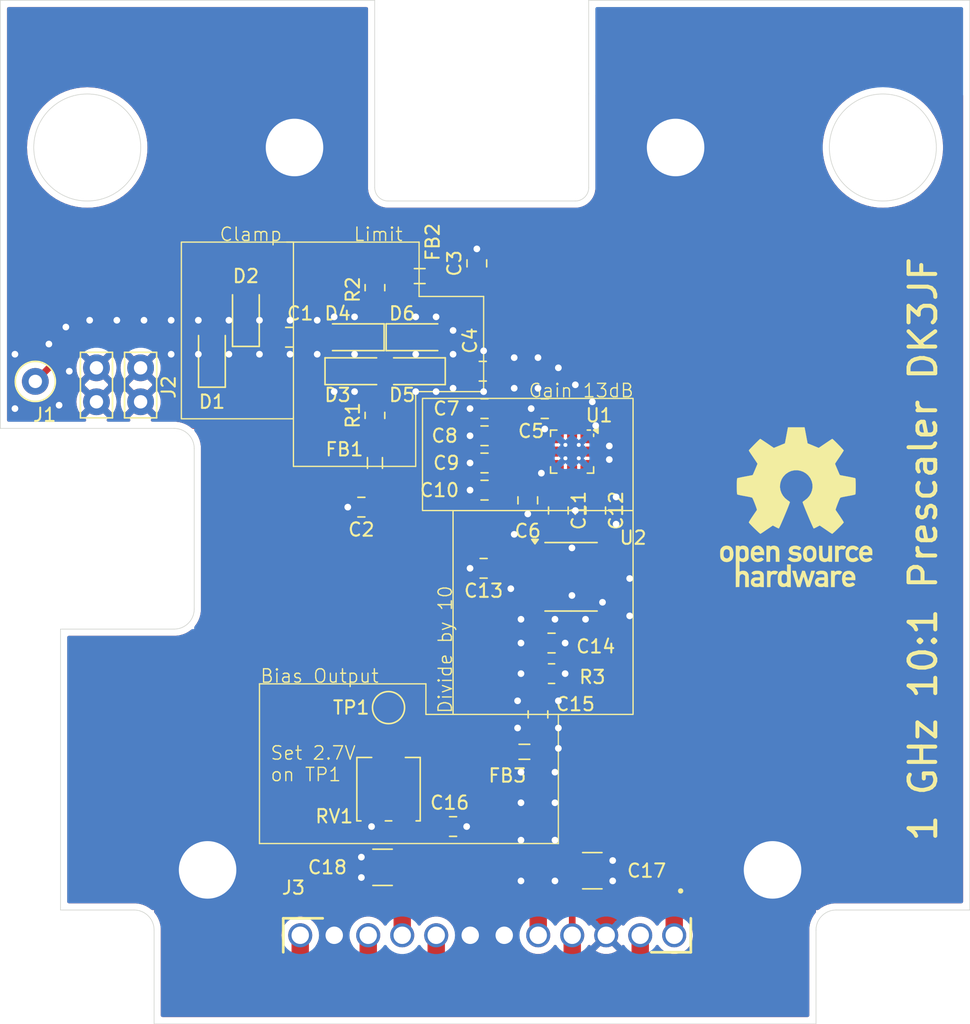
<source format=kicad_pcb>
(kicad_pcb (version 20240108) (generator "pcbnew") (generator_version "8.0")
  (layers (0 "F.Cu" signal) (31 "B.Cu" signal) (34 "B.Paste" user) (35 "F.Paste" user) (36 "B.SilkS" user "B.Silkscreen") (37 "F.SilkS" user "F.Silkscreen") (38 "B.Mask" user) (39 "F.Mask" user) (44 "Edge.Cuts" user))
  (net 0 "")
  (net 1 "Net-(D1-A)")
  (net 2 "Net-(D3-K)")
  (net 3 "Net-(D5-K)")
  (net 4 "GND")
  (net 5 "Net-(D1-K)")
  (net 6 "Net-(D2-A)")
  (net 7 "Net-(D3-A)")
  (net 8 "Net-(D4-K)")
  (net 9 "-5.2V")
  (net 10 "5V")
  (net 11 "3V")
  (net 12 "Net-(FB3-Pad1)")
  (net 13 "Net-(U1-VIP1)")
  (net 14 "Net-(U1-VIN1)")
  (net 15 "Net-(U1-VCOM)")
  (net 16 "Net-(U1-VON)")
  (net 17 "Net-(U2-IN)")
  (net 18 "Net-(U2-~{IN})")
  (net 19 "Net-(U1-VOP)")
  (net 20 "Net-(U2-OUT)")
  (net 21 "Net-(C15-Pad2)")
  (footprint "TestPoint:TestPoint_Bridge_Pitch2.54mm_Drill1.0mm" (layer "F.Cu") (at 107.188 80.01 90)
    (property "Reference" "J2" (hide yes))
    (property "Value" "GND")
    (pad "1" thru_hole circle (at 0 0 90) (size 2 2) (drill 1) (layers "*.Cu" "*.Mask") (net 4 "GND"))
    (pad "1" thru_hole circle (at 2.54 0 90) (size 2 2) (drill 1) (layers "*.Cu" "*.Mask") (net 4 "GND"))
  )
  (footprint "Inductor_SMD:L_0805_2012Metric" (layer "F.Cu") (at 128.016 84.582 90)
    (property "Reference" "FB1" (at 1.016 -2.286 180) (layer "F.SilkS"))
    (property "Value" "1k")
    (pad "1" smd roundrect (at -1.0625 0 90) (size 0.875 1.2) (layers "F.Cu" "F.Paste" "F.Mask") (net 10 "5V"))
    (pad "2" smd roundrect (at 1.0625 0 90) (size 0.875 1.2) (layers "F.Cu" "F.Paste" "F.Mask") (net 5 "Net-(D1-K)"))
  )
  (footprint "MountingHole:MountingHole_4.3mm_M4_DIN965_Pad" (layer "F.Cu") (at 157.75 115)
    (property "Reference" "REF**" (hide yes))
    (property "Value" "MountingHole_4.3mm_M4_DIN965_Pad" (hide yes))
    (pad "1" thru_hole circle (at 0 0) (size 7.5 7.5) (drill 4.3) (layers "*.Cu" "*.Mask") (net 4 "GND"))
  )
  (footprint "Symbol:OSHW-Logo_11.4x12mm_SilkScreen" (layer "F.Cu") (at 159.512 87.884)
    (property "Reference" "REF**" (hide yes))
    (property "Value" "OSHW-Logo_11.4x12mm_SilkScreen" (hide yes))
  )
  (footprint "Capacitor_SMD:C_0805_2012Metric" (layer "F.Cu") (at 136.144 92.456 180)
    (property "Reference" "C13" (at 0 -1.68 0) (layer "F.SilkS"))
    (property "Value" "100nF")
    (pad "1" smd roundrect (at -0.95 0 180) (size 1 1.45) (layers "F.Cu" "F.Paste" "F.Mask") (net 10 "5V"))
    (pad "2" smd roundrect (at 0.95 0 180) (size 1 1.45) (layers "F.Cu" "F.Paste" "F.Mask") (net 4 "GND"))
  )
  (footprint "Diode_SMD:D_SOD-123F" (layer "F.Cu") (at 131.064 77.724 180)
    (property "Reference" "D5" (at 1.016 -1.778 0) (layer "F.SilkS"))
    (property "Value" "1N5711")
    (pad "1" smd roundrect (at -1.4 0 180) (size 1.1 1.1) (layers "F.Cu" "F.Paste" "F.Mask") (roundrect_rratio 0.2272727273) (net 3 "Net-(D5-K)"))
    (pad "2" smd roundrect (at 1.4 0 180) (size 1.1 1.1) (layers "F.Cu" "F.Paste" "F.Mask") (roundrect_rratio 0.2272727273) (net 7 "Net-(D3-A)"))
  )
  (footprint "Capacitor_SMD:C_0805_2012Metric" (layer "F.Cu") (at 140.716 80.518 180)
    (property "Reference" "C5" (at 1.016 -1.68 0) (layer "F.SilkS"))
    (property "Value" "100nF")
    (pad "1" smd roundrect (at -0.95 0 180) (size 1 1.45) (layers "F.Cu" "F.Paste" "F.Mask") (net 14 "Net-(U1-VIN1)"))
    (pad "2" smd roundrect (at 0.95 0 180) (size 1 1.45) (layers "F.Cu" "F.Paste" "F.Mask") (net 4 "GND"))
  )
  (footprint "Diode_SMD:D_SOD-123F" (layer "F.Cu") (at 118.364 73.66 90)
    (property "Reference" "D2" (at 3.048 0 180) (layer "F.SilkS"))
    (property "Value" "1N4148")
    (pad "1" smd roundrect (at -1.4 0 90) (size 1.1 1.1) (layers "F.Cu" "F.Paste" "F.Mask") (roundrect_rratio 0.2272727273) (net 1 "Net-(D1-A)"))
    (pad "2" smd roundrect (at 1.4 0 90) (size 1.1 1.1) (layers "F.Cu" "F.Paste" "F.Mask") (roundrect_rratio 0.2272727273) (net 6 "Net-(D2-A)"))
  )
  (footprint "Inductor_SMD:L_0805_2012Metric" (layer "F.Cu") (at 139.192 106.172)
    (property "Reference" "FB3" (at -1.27 1.778 0) (layer "F.SilkS"))
    (property "Value" "1k")
    (pad "1" smd roundrect (at -1.0625 0) (size 0.875 1.2) (layers "F.Cu" "F.Paste" "F.Mask") (net 12 "Net-(FB3-Pad1)"))
    (pad "2" smd roundrect (at 1.0625 0) (size 0.875 1.2) (layers "F.Cu" "F.Paste" "F.Mask") (net 21 "Net-(C15-Pad2)"))
  )
  (footprint "Inductor_SMD:L_0805_2012Metric" (layer "F.Cu") (at 131.3645 70.612)
    (property "Reference" "FB2" (at 0.9695 -2.54 90) (layer "F.SilkS"))
    (property "Value" "1k")
    (pad "1" smd roundrect (at -1.0625 0) (size 0.875 1.2) (layers "F.Cu" "F.Paste" "F.Mask") (net 6 "Net-(D2-A)"))
    (pad "2" smd roundrect (at 1.0625 0) (size 0.875 1.2) (layers "F.Cu" "F.Paste" "F.Mask") (net 9 "-5.2V"))
  )
  (footprint "MountingHole:MountingHole_4.3mm_M4_DIN965_Pad" (layer "F.Cu") (at 150.5 61)
    (property "Reference" "REF**" (hide yes))
    (property "Value" "MountingHole_4.3mm_M4_DIN965_Pad" (hide yes))
    (pad "1" thru_hole circle (at 0 0) (size 7.5 7.5) (drill 4.3) (layers "*.Cu" "*.Mask") (net 4 "GND"))
  )
  (footprint "Resistor_SMD:R_1210_3225Metric" (layer "F.Cu") (at 128.5855 114.808 180)
    (property "Reference" "C18" (at 4.1255 0 0) (layer "F.SilkS"))
    (property "Value" "10uF")
    (pad "1" smd roundrect (at -1.4625 0 180) (size 1.125 2.65) (layers "F.Cu" "F.Paste" "F.Mask") (roundrect_rratio 0.222222) (net 10 "5V"))
    (pad "2" smd roundrect (at 1.4625 0 180) (size 1.125 2.65) (layers "F.Cu" "F.Paste" "F.Mask") (roundrect_rratio 0.222222) (net 4 "GND"))
  )
  (footprint "Capacitor_SMD:C_0805_2012Metric" (layer "F.Cu") (at 144.526 88.138 -90)
    (property "Reference" "C12" (at 0 -1.524 90) (layer "F.SilkS"))
    (property "Value" "1nF")
    (pad "1" smd roundrect (at -0.95 0 270) (size 1 1.45) (layers "F.Cu" "F.Paste" "F.Mask") (net 19 "Net-(U1-VOP)"))
    (pad "2" smd roundrect (at 0.95 0 270) (size 1 1.45) (layers "F.Cu" "F.Paste" "F.Mask") (net 18 "Net-(U2-~{IN})"))
  )
  (footprint "Capacitor_SMD:C_0805_2012Metric" (layer "F.Cu") (at 121.6 75.184)
    (property "Reference" "C1" (at 0.828 -1.778 0) (layer "F.SilkS"))
    (property "Value" "100nF")
    (pad "1" smd roundrect (at -0.95 0) (size 1 1.45) (layers "F.Cu" "F.Paste" "F.Mask") (net 1 "Net-(D1-A)"))
    (pad "2" smd roundrect (at 0.95 0) (size 1 1.45) (layers "F.Cu" "F.Paste" "F.Mask") (net 2 "Net-(D3-K)"))
  )
  (footprint "TestPoint:TestPoint_Pad_D2.0mm" (layer "F.Cu") (at 129.032 102.87)
    (property "Reference" "TP1" (at -2.794 0 0) (layer "F.SilkS"))
    (property "Value" "TestPoint_Pad_D2.0mm")
    (pad "1" smd circle (at 0 0) (size 2 2) (layers "F.Cu" "F.Mask") (net 12 "Net-(FB3-Pad1)"))
  )
  (footprint "Diode_SMD:D_SOD-123F" (layer "F.Cu") (at 126.492 77.724)
    (property "Reference" "D3" (at -1.27 1.778 0) (layer "F.SilkS"))
    (property "Value" "1N5711")
    (pad "1" smd roundrect (at -1.4 0) (size 1.1 1.1) (layers "F.Cu" "F.Paste" "F.Mask") (roundrect_rratio 0.2272727273) (net 2 "Net-(D3-K)"))
    (pad "2" smd roundrect (at 1.4 0) (size 1.1 1.1) (layers "F.Cu" "F.Paste" "F.Mask") (roundrect_rratio 0.2272727273) (net 7 "Net-(D3-A)"))
  )
  (footprint "Resistor_SMD:R_0805_2012Metric" (layer "F.Cu") (at 141.224 100.33)
    (property "Reference" "R3" (at 3.048 0.254 0) (layer "F.SilkS"))
    (property "Value" "825")
    (pad "1" smd roundrect (at -0.9125 0) (size 1.025 1.4) (layers "F.Cu" "F.Paste" "F.Mask") (roundrect_rratio 0.243902) (net 20 "Net-(U2-OUT)"))
    (pad "2" smd roundrect (at 0.9125 0) (size 1.025 1.4) (layers "F.Cu" "F.Paste" "F.Mask") (roundrect_rratio 0.243902) (net 4 "GND"))
  )
  (footprint "Capacitor_SMD:C_0805_2012Metric" (layer "F.Cu") (at 136.078 77.724)
    (property "Reference" "C4" (at -0.95 -2.286 90) (layer "F.SilkS"))
    (property "Value" "100nF")
    (pad "1" smd roundrect (at -0.95 0) (size 1 1.45) (layers "F.Cu" "F.Paste" "F.Mask") (net 3 "Net-(D5-K)"))
    (pad "2" smd roundrect (at 0.95 0) (size 1 1.45) (layers "F.Cu" "F.Paste" "F.Mask") (net 13 "Net-(U1-VIP1)"))
  )
  (footprint "Capacitor_SMD:C_0805_2012Metric" (layer "F.Cu") (at 127 87.884 180)
    (property "Reference" "C2" (at 0 -1.68 0) (layer "F.SilkS"))
    (property "Value" "100nF")
    (pad "1" smd roundrect (at -0.95 0 180) (size 1 1.45) (layers "F.Cu" "F.Paste" "F.Mask") (net 10 "5V"))
    (pad "2" smd roundrect (at 0.95 0 180) (size 1 1.45) (layers "F.Cu" "F.Paste" "F.Mask") (net 4 "GND"))
  )
  (footprint "Capacitor_SMD:C_0805_2012Metric" (layer "F.Cu") (at 139.446 87.376 -90)
    (property "Reference" "C6" (at 2.286 0 180) (layer "F.SilkS"))
    (property "Value" "100nF")
    (pad "1" smd roundrect (at -0.95 0 270) (size 1 1.45) (layers "F.Cu" "F.Paste" "F.Mask") (net 15 "Net-(U1-VCOM)"))
    (pad "2" smd roundrect (at 0.95 0 270) (size 1 1.45) (layers "F.Cu" "F.Paste" "F.Mask") (net 4 "GND"))
  )
  (footprint "Potentiometer_SMD:Potentiometer_Bourns_3314G_Vertical" (layer "F.Cu") (at 129.032 108.966 180)
    (property "Reference" "RV1" (at 4.064 -2.032 0) (layer "F.SilkS"))
    (property "Value" "100k")
    (pad "1" smd roundrect (at -1.15 -2.75 180) (size 1.3 1.3) (layers "F.Cu" "F.Paste" "F.Mask") (roundrect_rratio 0.1923076923) (net 10 "5V"))
    (pad "2" smd roundrect (at 0 2.75 180) (size 2 1.3) (layers "F.Cu" "F.Paste" "F.Mask") (roundrect_rratio 0.1923076923) (net 12 "Net-(FB3-Pad1)"))
    (pad "3" smd roundrect (at 1.15 -2.75 180) (size 1.3 1.3) (layers "F.Cu" "F.Paste" "F.Mask") (roundrect_rratio 0.1923076923) (net 4 "GND"))
  )
  (footprint "Capacitor_SMD:C_0805_2012Metric" (layer "F.Cu") (at 136.21 84.582 180)
    (property "Reference" "C9" (at 2.86 0 0) (layer "F.SilkS"))
    (property "Value" "100nF")
    (pad "1" smd roundrect (at -0.95 0 180) (size 1 1.45) (layers "F.Cu" "F.Paste" "F.Mask") (net 10 "5V"))
    (pad "2" smd roundrect (at 0.95 0 180) (size 1 1.45) (layers "F.Cu" "F.Paste" "F.Mask") (net 4 "GND"))
  )
  (footprint "Capacitor_SMD:C_0805_2012Metric" (layer "F.Cu") (at 141.732 88.138 -90)
    (property "Reference" "C11" (at 0 -1.524 90) (layer "F.SilkS"))
    (property "Value" "1nF")
    (pad "1" smd roundrect (at -0.95 0 270) (size 1 1.45) (layers "F.Cu" "F.Paste" "F.Mask") (net 16 "Net-(U1-VON)"))
    (pad "2" smd roundrect (at 0.95 0 270) (size 1 1.45) (layers "F.Cu" "F.Paste" "F.Mask") (net 17 "Net-(U2-IN)"))
  )
  (footprint "Diode_SMD:D_SOD-123F" (layer "F.Cu") (at 131.064 75.184)
    (property "Reference" "D6" (at -1.016 -1.778 0) (layer "F.SilkS"))
    (property "Value" "1N5711")
    (pad "1" smd roundrect (at -1.4 0) (size 1.1 1.1) (layers "F.Cu" "F.Paste" "F.Mask") (roundrect_rratio 0.2272727273) (net 8 "Net-(D4-K)"))
    (pad "2" smd roundrect (at 1.4 0) (size 1.1 1.1) (layers "F.Cu" "F.Paste" "F.Mask") (roundrect_rratio 0.2272727273) (net 3 "Net-(D5-K)"))
  )
  (footprint "TestPoint:TestPoint_Loop_D2.50mm_Drill1.0mm" (layer "F.Cu") (at 102.616 78.486)
    (property "Reference" "J1" (at 0.7 2.5 0) (layer "F.SilkS"))
    (property "Value" "IN")
    (pad "1" thru_hole circle (at 0 0) (size 2 2) (drill 1) (layers "*.Cu" "*.Mask") (net 1 "Net-(D1-A)"))
  )
  (footprint "Capacitor_SMD:C_0805_2012Metric" (layer "F.Cu") (at 133.858 111.76)
    (property "Reference" "C16" (at -0.254 -1.778 0) (layer "F.SilkS"))
    (property "Value" "100nF")
    (pad "1" smd roundrect (at -0.95 0) (size 1 1.45) (layers "F.Cu" "F.Paste" "F.Mask") (net 10 "5V"))
    (pad "2" smd roundrect (at 0.95 0) (size 1 1.45) (layers "F.Cu" "F.Paste" "F.Mask") (net 4 "GND"))
  )
  (footprint "Resistor_SMD:R_0805_2012Metric" (layer "F.Cu") (at 128.016 81.026 90)
    (property "Reference" "R1" (at 0 -1.65 90) (layer "F.SilkS"))
    (property "Value" "825")
    (pad "1" smd roundrect (at -0.9125 0 90) (size 1.025 1.4) (layers "F.Cu" "F.Paste" "F.Mask") (roundrect_rratio 0.243902) (net 5 "Net-(D1-K)"))
    (pad "2" smd roundrect (at 0.9125 0 90) (size 1.025 1.4) (layers "F.Cu" "F.Paste" "F.Mask") (roundrect_rratio 0.243902) (net 7 "Net-(D3-A)"))
  )
  (footprint "Capacitor_SMD:C_0805_2012Metric" (layer "F.Cu") (at 136.21 82.55 180)
    (property "Reference" "C8" (at 2.982 0 0) (layer "F.SilkS"))
    (property "Value" "100nF")
    (pad "1" smd roundrect (at -0.95 0 180) (size 1 1.45) (layers "F.Cu" "F.Paste" "F.Mask") (net 10 "5V"))
    (pad "2" smd roundrect (at 0.95 0 180) (size 1 1.45) (layers "F.Cu" "F.Paste" "F.Mask") (net 4 "GND"))
  )
  (footprint "MountingHole:MountingHole_4.3mm_M4_DIN965_Pad" (layer "F.Cu") (at 115.5 115)
    (property "Reference" "REF**" (hide yes))
    (property "Value" "MountingHole_4.3mm_M4_DIN965_Pad" (hide yes))
    (pad "1" thru_hole circle (at 0 0) (size 7.5 7.5) (drill 4.3) (layers "*.Cu" "*.Mask") (net 4 "GND"))
  )
  (footprint "Resistor_SMD:R_0805_2012Metric" (layer "F.Cu") (at 128.016 71.4775 90)
    (property "Reference" "R2" (at -0.1505 -1.65 90) (layer "F.SilkS"))
    (property "Value" "825")
    (pad "1" smd roundrect (at -0.9125 0 90) (size 1.025 1.4) (layers "F.Cu" "F.Paste" "F.Mask") (roundrect_rratio 0.243902) (net 8 "Net-(D4-K)"))
    (pad "2" smd roundrect (at 0.9125 0 90) (size 1.025 1.4) (layers "F.Cu" "F.Paste" "F.Mask") (roundrect_rratio 0.243902) (net 6 "Net-(D2-A)"))
  )
  (footprint "Resistor_SMD:R_1210_3225Metric" (layer "F.Cu") (at 144.272 115.062)
    (property "Reference" "C17" (at 4.064 0 0) (layer "F.SilkS"))
    (property "Value" "10uF")
    (pad "1" smd roundrect (at -1.4625 0) (size 1.125 2.65) (layers "F.Cu" "F.Paste" "F.Mask") (roundrect_rratio 0.222222) (net 9 "-5.2V"))
    (pad "2" smd roundrect (at 1.4625 0) (size 1.125 2.65) (layers "F.Cu" "F.Paste" "F.Mask") (roundrect_rratio 0.222222) (net 4 "GND"))
  )
  (footprint "Package_CSP:LFCSP-16-1EP_3x3mm_P0.5mm_EP1.6x1.6mm_ThermalVias" (layer "F.Cu") (at 142.76 83.7335 -90)
    (property "Reference" "U1" (at -2.7075 -2.02 180) (layer "F.SilkS"))
    (property "Value" "ADL5565")
    (pad "1" smd roundrect (at -1.4375 -0.75 270) (size 0.875 0.25) (layers "F.Cu" "F.Paste" "F.Mask") (net 13 "Net-(U1-VIP1)"))
    (pad "2" smd roundrect (at -1.4375 -0.25 270) (size 0.875 0.25) (layers "F.Cu" "F.Paste" "F.Mask") (net 13 "Net-(U1-VIP1)"))
    (pad "3" smd roundrect (at -1.4375 0.25 270) (size 0.875 0.25) (layers "F.Cu" "F.Paste" "F.Mask") (net 14 "Net-(U1-VIN1)"))
    (pad "4" smd roundrect (at -1.4375 0.75 270) (size 0.875 0.25) (layers "F.Cu" "F.Paste" "F.Mask") (net 14 "Net-(U1-VIN1)"))
    (pad "5" smd roundrect (at -0.75 1.4375 270) (size 0.25 0.875) (layers "F.Cu" "F.Paste" "F.Mask") (net 10 "5V"))
    (pad "6" smd roundrect (at -0.25 1.4375 270) (size 0.25 0.875) (layers "F.Cu" "F.Paste" "F.Mask") (net 10 "5V"))
    (pad "7" smd roundrect (at 0.25 1.4375 270) (size 0.25 0.875) (layers "F.Cu" "F.Paste" "F.Mask") (net 10 "5V"))
    (pad "8" smd roundrect (at 0.75 1.4375 270) (size 0.25 0.875) (layers "F.Cu" "F.Paste" "F.Mask") (net 10 "5V"))
    (pad "9" smd roundrect (at 1.4375 0.75 270) (size 0.875 0.25) (layers "F.Cu" "F.Paste" "F.Mask") (net 15 "Net-(U1-VCOM)"))
    (pad "10" smd roundrect (at 1.4375 0.25 270) (size 0.875 0.25) (layers "F.Cu" "F.Paste" "F.Mask") (net 16 "Net-(U1-VON)"))
    (pad "11" smd roundrect (at 1.4375 -0.25 270) (size 0.875 0.25) (layers "F.Cu" "F.Paste" "F.Mask") (net 19 "Net-(U1-VOP)"))
    (pad "12" smd roundrect (at 1.4375 -0.75 270) (size 0.875 0.25) (layers "F.Cu" "F.Paste" "F.Mask") (net 10 "5V"))
    (pad "13" smd roundrect (at 0.75 -1.4375 270) (size 0.25 0.875) (layers "F.Cu" "F.Paste" "F.Mask") (net 4 "GND"))
    (pad "14" smd roundrect (at 0.25 -1.4375 270) (size 0.25 0.875) (layers "F.Cu" "F.Paste" "F.Mask") (net 4 "GND"))
    (pad "15" smd roundrect (at -0.25 -1.4375 270) (size 0.25 0.875) (layers "F.Cu" "F.Paste" "F.Mask") (net 4 "GND"))
    (pad "16" smd roundrect (at -0.75 -1.4375 270) (size 0.25 0.875) (layers "F.Cu" "F.Paste" "F.Mask") (net 4 "GND"))
    (pad "17" thru_hole circle (at -0.5 -0.5 270) (size 0.6 0.6) (drill 0.3) (property pad_prop_heatsink) (layers "*.Cu") (net 4 "GND"))
    (pad "17" thru_hole circle (at -0.5 0.5 270) (size 0.6 0.6) (drill 0.3) (property pad_prop_heatsink) (layers "*.Cu") (net 4 "GND"))
    (pad "17" smd rect (at 0 0 270) (size 1.6 1.6) (property pad_prop_heatsink) (layers "F.Cu" "F.Mask") (net 4 "GND"))
    (pad "17" smd rect (at 0 0 270) (size 1.6 1.6) (property pad_prop_heatsink) (layers "B.Cu") (net 4 "GND"))
    (pad "17" thru_hole circle (at 0.5 -0.5 270) (size 0.6 0.6) (drill 0.3) (property pad_prop_heatsink) (layers "*.Cu") (net 4 "GND"))
    (pad "17" thru_hole circle (at 0.5 0.5 270) (size 0.6 0.6) (drill 0.3) (property pad_prop_heatsink) (layers "*.Cu") (net 4 "GND"))
  )
  (footprint "Capacitor_SMD:C_0805_2012Metric" (layer "F.Cu") (at 140.208 103.378 -90)
    (property "Reference" "C15" (at -0.762 -2.794 180) (layer "F.SilkS"))
    (property "Value" "1nF")
    (pad "1" smd roundrect (at -0.95 0 270) (size 1 1.45) (layers "F.Cu" "F.Paste" "F.Mask") (net 20 "Net-(U2-OUT)"))
    (pad "2" smd roundrect (at 0.95 0 270) (size 1 1.45) (layers "F.Cu" "F.Paste" "F.Mask") (net 21 "Net-(C15-Pad2)"))
  )
  (footprint "TestPoint:TestPoint_Bridge_Pitch2.54mm_Drill1.0mm" (layer "F.Cu") (at 110.49 80.01 90)
    (property "Reference" "J2" (at 1.1 2.1 90) (layer "F.SilkS"))
    (property "Value" "GND")
    (pad "1" thru_hole circle (at 0 0 90) (size 2 2) (drill 1) (layers "*.Cu" "*.Mask") (net 4 "GND"))
    (pad "1" thru_hole circle (at 2.54 0 90) (size 2 2) (drill 1) (layers "*.Cu" "*.Mask") (net 4 "GND"))
  )
  (footprint "Diode_SMD:D_SOD-123F" (layer "F.Cu") (at 126.492 75.184 180)
    (property "Reference" "D4" (at 1.27 1.778 0) (layer "F.SilkS"))
    (property "Value" "1N5711")
    (pad "1" smd roundrect (at -1.4 0 180) (size 1.1 1.1) (layers "F.Cu" "F.Paste" "F.Mask") (roundrect_rratio 0.2272727273) (net 8 "Net-(D4-K)"))
    (pad "2" smd roundrect (at 1.4 0 180) (size 1.1 1.1) (layers "F.Cu" "F.Paste" "F.Mask") (roundrect_rratio 0.2272727273) (net 2 "Net-(D3-K)"))
  )
  (footprint "Library:SAMTEC_SSM-112-L-SV-LC" (layer "F.Cu") (at 136.398 119.888)
    (property "Reference" "J3" (at -14.478 -3.556 0) (layer "F.SilkS"))
    (property "Value" "SSM-112-L-SV-LC")
    (pad "01" smd rect (at 14 -1.2775) (size 1.3 2.555) (layers "F.Cu" "F.Paste" "F.Mask"))
    (pad "01" thru_hole circle (at 14 0) (size 1.8 1.8) (drill 1.3) (layers "*.Cu" "*.Mask"))
    (pad "02" thru_hole circle (at 11.45727 0) (size 1.8 1.8) (drill 1.3) (layers "*.Cu" "*.Mask"))
    (pad "02" smd rect (at 11.45727 1.2775) (size 1.3 2.555) (layers "F.Cu" "F.Paste" "F.Mask"))
    (pad "03" smd rect (at 8.914542 -1.2775) (size 1.299998 2.555) (layers "F.Cu" "F.Paste" "F.Mask") (net 4 "GND"))
    (pad "03" thru_hole circle (at 8.914543 0) (size 1.8 1.8) (drill 1.3) (layers "*.Cu" "*.Mask") (net 4 "GND"))
    (pad "04" thru_hole circle (at 6.371816 0) (size 1.8 1.8) (drill 1.3) (layers "*.Cu" "*.Mask") (net 9 "-5.2V"))
    (pad "04" smd rect (at 6.371816 1.2775) (size 1.3 2.555) (layers "F.Cu" "F.Paste" "F.Mask") (net 9 "-5.2V"))
    (pad "05" smd rect (at 3.829088 -1.2775) (size 1.299998 2.555) (layers "F.Cu" "F.Paste" "F.Mask") (net 21 "Net-(C15-Pad2)"))
    (pad "05" thru_hole circle (at 3.829089 0) (size 1.8 1.8) (drill 1.3) (layers "*.Cu" "*.Mask") (net 21 "Net-(C15-Pad2)"))
    (pad "06" thru_hole circle (at 1.286362 0) (size 1.8 1.8) (drill 1.3) (layers "*.Cu" "*.Mask") (net 4 "GND"))
    (pad "06" smd rect (at 1.286362 1.2775) (size 1.3 2.555) (layers "F.Cu" "F.Paste" "F.Mask") (net 4 "GND"))
    (pad "07" smd rect (at -1.256365 -1.2775) (size 1.3 2.555) (layers "F.Cu" "F.Paste" "F.Mask") (net 4 "GND"))
    (pad "07" thru_hole circle (at -1.256365 0) (size 1.8 1.8) (drill 1.3) (layers "*.Cu" "*.Mask") (net 4 "GND"))
    (pad "08" thru_hole circle (at -3.799092 0) (size 1.8 1.8) (drill 1.3) (layers "*.Cu" "*.Mask"))
    (pad "08" smd rect (at -3.799092 1.2775) (size 1.3 2.555) (layers "F.Cu" "F.Paste" "F.Mask"))
    (pad "09" smd rect (at -6.341819 -1.2775) (size 1.3 2.555) (layers "F.Cu" "F.Paste" "F.Mask") (net 10 "5V"))
    (pad "09" thru_hole circle (at -6.341819 0) (size 1.8 1.8) (drill 1.3) (layers "*.Cu" "*.Mask") (net 10 "5V"))
    (pad "10" thru_hole circle (at -8.884546 0) (size 1.8 1.8) (drill 1.3) (layers "*.Cu" "*.Mask") (net 11 "3V"))
    (pad "10" smd rect (at -8.884546 1.2775) (size 1.3 2.555) (layers "F.Cu" "F.Paste" "F.Mask") (net 11 "3V"))
    (pad "11" smd rect (at -11.427273 -1.2775) (size 1.3 2.555) (layers "F.Cu" "F.Paste" "F.Mask") (net 4 "GND"))
    (pad "11" thru_hole circle (at -11.427273 0) (size 1.8 1.8) (drill 1.3) (layers "*.Cu" "*.Mask") (net 4 "GND"))
    (pad "12" thru_hole circle (at -13.97 0) (size 1.8 1.8) (drill 1.3) (layers "*.Cu" "*.Mask") (net 9 "-5.2V"))
    (pad "12" smd rect (at -13.97 1.2775) (size 1.3 2.555) (layers "F.Cu" "F.Paste" "F.Mask") (net 9 "-5.2V"))
  )
  (footprint "Capacitor_SMD:C_0805_2012Metric" (layer "F.Cu") (at 136.21 80.518 180)
    (property "Reference" "C7" (at 2.8485 0 0) (layer "F.SilkS"))
    (property "Value" "100nF")
    (pad "1" smd roundrect (at -0.95 0 180) (size 1 1.45) (layers "F.Cu" "F.Paste" "F.Mask") (net 10 "5V"))
    (pad "2" smd roundrect (at 0.95 0 180) (size 1 1.45) (layers "F.Cu" "F.Paste" "F.Mask") (net 4 "GND"))
  )
  (footprint "Diode_SMD:D_SOD-123F" (layer "F.Cu") (at 115.824 76.708 90)
    (property "Reference" "D1" (at -3.302 0 180) (layer "F.SilkS"))
    (property "Value" "1N4148")
    (pad "1" smd roundrect (at -1.4 0 90) (size 1.1 1.1) (layers "F.Cu" "F.Paste" "F.Mask") (roundrect_rratio 0.2272727273) (net 5 "Net-(D1-K)"))
    (pad "2" smd roundrect (at 1.4 0 90) (size 1.1 1.1) (layers "F.Cu" "F.Paste" "F.Mask") (roundrect_rratio 0.2272727273) (net 1 "Net-(D1-A)"))
  )
  (footprint "Capacitor_SMD:C_0805_2012Metric" (layer "F.Cu") (at 141.224 98.044)
    (property "Reference" "C14" (at 3.302 0.254 0) (layer "F.SilkS"))
    (property "Value" "8pF")
    (pad "1" smd roundrect (at -0.95 0) (size 1 1.45) (layers "F.Cu" "F.Paste" "F.Mask") (net 20 "Net-(U2-OUT)"))
    (pad "2" smd roundrect (at 0.95 0) (size 1 1.45) (layers "F.Cu" "F.Paste" "F.Mask") (net 4 "GND"))
  )
  (footprint "Package_SO:SOIC-8_3.9x4.9mm_P1.27mm" (layer "F.Cu") (at 142.683 93.091)
    (property "Reference" "U2" (at 4.637 -2.921 0) (layer "F.SilkS"))
    (property "Value" "MC12080")
    (pad "1" smd roundrect (at -2.475 -1.905) (size 1.95 0.6) (layers "F.Cu" "F.Paste" "F.Mask") (net 17 "Net-(U2-IN)"))
    (pad "2" smd roundrect (at -2.475 -0.635) (size 1.95 0.6) (layers "F.Cu" "F.Paste" "F.Mask") (net 10 "5V"))
    (pad "3" smd roundrect (at -2.475 0.635) (size 1.95 0.6) (layers "F.Cu" "F.Paste" "F.Mask") (net 10 "5V"))
    (pad "4" smd roundrect (at -2.475 1.905) (size 1.95 0.6) (layers "F.Cu" "F.Paste" "F.Mask") (net 20 "Net-(U2-OUT)"))
    (pad "5" smd roundrect (at 2.475 1.905) (size 1.95 0.6) (layers "F.Cu" "F.Paste" "F.Mask") (net 4 "GND"))
    (pad "6" smd roundrect (at 2.475 0.635) (size 1.95 0.6) (layers "F.Cu" "F.Paste" "F.Mask") (net 10 "5V"))
    (pad "7" smd roundrect (at 2.475 -0.635) (size 1.95 0.6) (layers "F.Cu" "F.Paste" "F.Mask") (net 10 "5V"))
    (pad "8" smd roundrect (at 2.475 -1.905) (size 1.95 0.6) (layers "F.Cu" "F.Paste" "F.Mask") (net 18 "Net-(U2-~{IN})"))
  )
  (footprint "MountingHole:MountingHole_4.3mm_M4_DIN965_Pad" (layer "F.Cu") (at 122 61)
    (property "Reference" "REF**" (hide yes))
    (property "Value" "MountingHole_4.3mm_M4_DIN965_Pad" (hide yes))
    (pad "1" thru_hole circle (at 0 0) (size 7.5 7.5) (drill 4.3) (layers "*.Cu" "*.Mask") (net 4 "GND"))
  )
  (footprint "Capacitor_SMD:C_0805_2012Metric" (layer "F.Cu") (at 136.21 86.614 180)
    (property "Reference" "C10" (at 3.368 0 0) (layer "F.SilkS"))
    (property "Value" "100nF")
    (pad "1" smd roundrect (at -0.95 0 180) (size 1 1.45) (layers "F.Cu" "F.Paste" "F.Mask") (net 10 "5V"))
    (pad "2" smd roundrect (at 0.95 0 180) (size 1 1.45) (layers "F.Cu" "F.Paste" "F.Mask") (net 4 "GND"))
  )
  (footprint "Capacitor_SMD:C_0805_2012Metric" (layer "F.Cu") (at 135.636 69.662 90)
    (property "Reference" "C3" (at 0 -1.68 90) (layer "F.SilkS"))
    (property "Value" "100nF")
    (pad "1" smd roundrect (at -0.95 0 90) (size 1 1.45) (layers "F.Cu" "F.Paste" "F.Mask") (net 9 "-5.2V"))
    (pad "2" smd roundrect (at 0.95 0 90) (size 1 1.45) (layers "F.Cu" "F.Paste" "F.Mask") (net 4 "GND"))
  )
  (gr_line (start 133.858 103.378) (end 131.826 103.378) (stroke (width 0.1)) (layer "F.SilkS"))
  (gr_line (start 121.92 84.455) (end 121.92 84.836) (stroke (width 0.1)) (layer "F.SilkS"))
  (gr_line (start 121.92 84.455) (end 121.92 81.153) (stroke (width 0.1)) (layer "F.SilkS"))
  (gr_line (start 121.92 84.836) (end 131.064 84.836) (stroke (width 0.1)) (layer "F.SilkS"))
  (gr_line (start 131.064 84.836) (end 131.064 79.248) (stroke (width 0.1)) (layer "F.SilkS"))
  (gr_line (start 131.826 103.378) (end 131.826 101.092) (stroke (width 0.1)) (layer "F.SilkS"))
  (gr_line (start 119.38 113.03) (end 119.38 101.092) (stroke (width 0.1)) (layer "F.SilkS"))
  (gr_line (start 121.412 68.072) (end 131.318 68.072) (stroke (width 0.1)) (layer "F.SilkS"))
  (gr_line (start 141.732 103.378) (end 141.732 113.03) (stroke (width 0.1)) (layer "F.SilkS"))
  (gr_line (start 141.732 113.03) (end 119.38 113.03) (stroke (width 0.1)) (layer "F.SilkS"))
  (gr_rect (start 113.538 68.072) (end 121.92 81.28) (stroke (width 0.1)) (fill none) (layer "F.SilkS"))
  (gr_line (start 136.144 79.248) (end 131.064 79.248) (stroke (width 0.1)) (layer "F.SilkS"))
  (gr_line (start 136.144 72.136) (end 136.144 79.248) (stroke (width 0.1)) (layer "F.SilkS"))
  (gr_line (start 119.38 101.092) (end 131.826 101.092) (stroke (width 0.1)) (layer "F.SilkS"))
  (gr_line (start 131.318 72.136) (end 136.144 72.136) (stroke (width 0.1)) (layer "F.SilkS"))
  (gr_rect (start 131.572 79.756) (end 147.32 88.138) (stroke (width 0.1)) (fill none) (layer "F.SilkS"))
  (gr_rect (start 133.858 88.138) (end 147.32 103.378) (stroke (width 0.1)) (fill none) (layer "F.SilkS"))
  (gr_line (start 131.318 68.072) (end 131.318 72.136) (stroke (width 0.1)) (layer "F.SilkS"))
  (gr_arc (start 144 64) (mid 143.707107 64.707107) (end 143 65) (stroke (width 0.05)) (layer "Edge.Cuts"))
  (gr_line (start 172 50) (end 172.5 50) (stroke (width 0.05)) (layer "Edge.Cuts"))
  (gr_arc (start 110 118) (mid 111.06066 118.43934) (end 111.5 119.5) (stroke (width 0.05)) (layer "Edge.Cuts"))
  (gr_line (start 161 119.5) (end 161 126.5) (stroke (width 0.05)) (layer "Edge.Cuts"))
  (gr_line (start 110 118) (end 104.5 118) (stroke (width 0.05)) (layer "Edge.Cuts"))
  (gr_line (start 144 50) (end 172 50) (stroke (width 0.05)) (layer "Edge.Cuts"))
  (gr_arc (start 161 119.5) (mid 161.43934 118.43934) (end 162.5 118) (stroke (width 0.05)) (layer "Edge.Cuts"))
  (gr_line (start 100 82) (end 100 50) (stroke (width 0.05)) (layer "Edge.Cuts"))
  (gr_line (start 161 126.5) (end 111.5 126.5) (stroke (width 0.05)) (layer "Edge.Cuts"))
  (gr_line (start 100 50) (end 128 50) (stroke (width 0.05)) (layer "Edge.Cuts"))
  (gr_arc (start 129 65) (mid 128.292893 64.707107) (end 128 64) (stroke (width 0.05)) (layer "Edge.Cuts"))
  (gr_line (start 128 50) (end 128 64) (stroke (width 0.05)) (layer "Edge.Cuts"))
  (gr_line (start 144 64) (end 144 57) (stroke (width 0.05)) (layer "Edge.Cuts"))
  (gr_line (start 111.5 126.5) (end 111.5 119.5) (stroke (width 0.05)) (layer "Edge.Cuts"))
  (gr_line (start 114.5 95.5) (end 114.5 83.5) (stroke (width 0.05)) (layer "Edge.Cuts"))
  (gr_line (start 172.5 50) (end 172.5 118) (stroke (width 0.05)) (layer "Edge.Cuts"))
  (gr_line (start 113 82) (end 100 82) (stroke (width 0.05)) (layer "Edge.Cuts"))
  (gr_line (start 129 65) (end 143 65) (stroke (width 0.05)) (layer "Edge.Cuts"))
  (gr_line (start 144 57) (end 144 50) (stroke (width 0.05)) (layer "Edge.Cuts"))
  (gr_line (start 104.5 118) (end 104.5 97) (stroke (width 0.05)) (layer "Edge.Cuts"))
  (gr_line (start 172.5 118) (end 162.5 118) (stroke (width 0.05)) (layer "Edge.Cuts"))
  (gr_circle (center 106.5 61) (end 102.5 61) (stroke (width 0.05)) (fill none) (layer "Edge.Cuts"))
  (gr_arc (start 113 82) (mid 114.06066 82.43934) (end 114.5 83.5) (stroke (width 0.05)) (layer "Edge.Cuts"))
  (gr_arc (start 114.5 95.5) (mid 114.06066 96.56066) (end 113 97) (stroke (width 0.05)) (layer "Edge.Cuts"))
  (gr_circle (center 166 61) (end 170 61) (stroke (width 0.05)) (fill none) (layer "Edge.Cuts"))
  (gr_line (start 104.5 97) (end 113 97) (stroke (width 0.05)) (layer "Edge.Cuts"))
  (gr_text "05315-\n60009" (at 162 55.5 0) (layer "F.Cu") (effects (font (size 1.5 1.5) (thickness 0.3) (bold yes)) (justify left bottom)))
  (gr_text "V1.5" (at 145.796 54.61 0) (layer "F.Cu") (effects (font (size 1.5 1.5) (thickness 0.3) (bold yes)) (justify left bottom)))
  (gr_text "Set 2.7V\non TP1" (at 120.142 108.458 0) (layer "F.SilkS") (effects (font (size 1 1) (thickness 0.1)) (justify left bottom)))
  (gr_text "1 GHz 10:1 Prescaler DK3JF" (at 170.18 113.03 90) (layer "F.SilkS") (effects (font (size 2 2) (thickness 0.3)) (justify left bottom)))
  (gr_text "Clamp" (at 116.332 68.072 0) (layer "F.SilkS") (effects (font (size 1 1) (thickness 0.1)) (justify left bottom)))
  (gr_text "Bias Output" (at 119.38 101.092 0) (layer "F.SilkS") (effects (font (size 1 1) (thickness 0.1)) (justify left bottom)))
  (gr_text "Gain 13dB" (at 139.446 79.756 0) (layer "F.SilkS") (effects (font (size 1 1) (thickness 0.1)) (justify left bottom)))
  (gr_text "Limit" (at 126.365 68.072 0) (layer "F.SilkS") (effects (font (size 1 1) (thickness 0.1)) (justify left bottom)))
  (gr_text "Divide by 10" (at 133.858 103.378 90) (layer "F.SilkS") (effects (font (size 1 1) (thickness 0.1)) (justify left bottom)))
  (segment (start 120.65 75.184) (end 118.488 75.184) (width 0.5) (layer "F.Cu") (net 1))
  (segment (start 105.794 75.308) (end 102.616 78.486) (width 0.5) (layer "F.Cu") (net 1))
  (segment (start 115.824 75.308) (end 105.794 75.308) (width 0.5) (layer "F.Cu") (net 1))
  (segment (start 118.364 75.06) (end 116.072 75.06) (width 0.5) (layer "F.Cu") (net 1))
  (segment (start 125.092 75.184) (end 122.55 75.184) (width 0.5) (layer "F.Cu") (net 2))
  (segment (start 125.092 75.184) (end 125.092 77.724) (width 0.5) (layer "F.Cu") (net 2))
  (segment (start 132.464 75.184) (end 132.464 77.724) (width 0.5) (layer "F.Cu") (net 3))
  (segment (start 132.464 77.724) (end 135.128 77.724) (width 0.5) (layer "F.Cu") (net 3))
  (via (at 106.68 73.914) (size 0.8) (drill 0.5) (layers "F.Cu" "B.Cu") (net 4))
  (via (at 125.984 87.884) (size 0.8) (drill 0.5) (layers "F.Cu" "B.Cu") (net 4))
  (via (at 140.716 82.042) (size 0.8) (drill 0.5) (layers "F.Cu" "B.Cu") (net 4))
  (via (at 140.462 85.344) (size 0.8) (drill 0.5) (layers "F.Cu" "B.Cu") (net 4))
  (via (at 138.938 112.776) (size 0.8) (drill 0.5) (layers "F.Cu" "B.Cu") (net 4))
  (via (at 145.796 114.3) (size 0.8) (drill 0.5) (layers "F.Cu" "B.Cu") (net 4))
  (via (at 143.002 88.138) (size 0.8) (drill 0.5) (layers "F.Cu" "B.Cu") (net 4))
  (via (at 141.478 107.696) (size 0.8) (drill 0.5) (layers "F.Cu" "B.Cu") (net 4))
  (via (at 138.684 102.362) (size 0.8) (drill 0.5) (layers "F.Cu" "B.Cu") (net 4))
  (via (at 147.066 96.012) (size 0.8) (drill 0.5) (layers "F.Cu" "B.Cu") (net 4))
  (via (at 144.272 80.01) (size 0.8) (drill 0.5) (layers "F.Cu" "B.Cu") (net 4))
  (via (at 141.478 109.982) (size 0.8) (drill 0.5) (layers "F.Cu" "B.Cu") (net 4))
  (via (at 145.542 83.312) (size 0.8) (drill 0.5) (layers "F.Cu" "B.Cu") (net 4))
  (via (at 104.394 80.264) (size 0.8) (drill 0.5) (layers "F.Cu" "B.Cu") (net 4))
  (via (at 138.938 96.266) (size 0.8) (drill 0.5) (layers "F.Cu" "B.Cu") (net 4))
  (via (at 138.938 115.824) (size 0.8) (drill 0.5) (layers "F.Cu" "B.Cu") (net 4))
  (via (at 131.064 73.66) (size 0.8) (drill 0.5) (layers "F.Cu" "B.Cu") (net 4))
  (via (at 127.762 111.76) (size 0.8) (drill 0.5) (layers "F.Cu" "B.Cu") (net 4))
  (via (at 145.796 115.824) (size 0.8) (drill 0.5) (layers "F.Cu" "B.Cu") (net 4))
  (via (at 145.542 84.328) (size 0.8) (drill 0.5) (layers "F.Cu" "B.Cu") (net 4))
  (via (at 110.744 73.914) (size 0.8) (drill 0.5) (layers "F.Cu" "B.Cu") (net 4))
  (via (at 112.776 73.914) (size 0.8) (drill 0.5) (layers "F.Cu" "B.Cu") (net 4))
  (via (at 126.492 76.454) (size 0.8) (drill 0.5) (layers "F.Cu" "B.Cu") (net 4))
  (via (at 127 115.57) (size 0.8) (drill 0.5) (layers "F.Cu" "B.Cu") (net 4))
  (via (at 145.034 94.996) (size 0.8) (drill 0.5) (layers "F.Cu" "B.Cu") (net 4))
  (via (at 141.478 115.824) (size 0.8) (drill 0.5) (layers "F.Cu" "B.Cu") (net 4))
  (via (at 112.776 76.454) (size 0.8) (drill 0.5) (layers "F.Cu" "B.Cu") (net 4))
  (via (at 139.446 88.392) (size 0.8) (drill 0.5) (layers "F.Cu" "B.Cu") (net 4))
  (via (at 147.066 93.218) (size 0.8) (drill 0.5) (layers "F.Cu" "B.Cu") (net 4))
  (via (at 133.858 74.676) (size 0.8) (drill 0.5) (layers "F.Cu" "B.Cu") (net 4))
  (via (at 143.764 96.266) (size 0.8) (drill 0.5) (layers "F.Cu" "B.Cu") (net 4))
  (via (at 136.144 76.2) (size 0.8) (drill 0.5) (layers "F.Cu" "B.Cu") (net 4))
  (via (at 135.128 84.582) (size 0.8) (drill 0.5) (layers "F.Cu" "B.Cu") (net 4))
  (via (at 135.128 80.518) (size 0.8) (drill 0.5) (layers "F.Cu" "B.Cu") (net 4))
  (via (at 138.938 100.33) (size 0.8) (drill 0.5) (layers "F.Cu" "B.Cu") (net 4))
  (via (at 139.7 80.518) (size 0.8) (drill 0.5) (layers "F.Cu" "B.Cu") (net 4))
  (via (at 105.156 77.724) (size 0.8) (drill 0.5) (layers "F.Cu" "B.Cu") (net 4))
  (via (at 123.698 76.454) (size 0.8) (drill 0.5) (layers "F.Cu" "B.Cu") (net 4))
  (via (at 141.478 112.776) (size 0.8) (drill 0.5) (layers "F.Cu" "B.Cu") (net 4))
  (via (at 101.092 80.518) (size 0.8) (drill 0.5) (layers "F.Cu" "B.Cu") (net 4))
  (via (at 138.43 89.916) (size 0.8) (drill 0.5) (layers "F.Cu" "B.Cu") (net 4))
  (via (at 119.38 76.454) (size 0.8) (drill 0.5) (layers "F.Cu" "B.Cu") (net 4))
  (via (at 124.968 73.66) (size 0.8) (drill 0.5) (layers "F.Cu" "B.Cu") (net 4))
  (via (at 141.732 77.47) (size 0.8) (drill 0.5) (layers "F.Cu" "B.Cu") (net 4))
  (via (at 143.002 78.74) (size 0.8) (drill 0.5) (layers "F.Cu" "B.Cu") (net 4))
  (via (at 104.902 74.422) (size 0.8) (drill 0.5) (layers "F.Cu" "B.Cu") (net 4))
  (via (at 131.064 79.248) (size 0.8) (drill 0.5) (layers "F.Cu" "B.Cu") (net 4))
  (via (at 121.666 76.454) (size 0.8) (drill 0.5) (layers "F.Cu" "B.Cu") (net 4))
  (via (at 119.38 73.914) (size 0.8) (drill 0.5) (layers "F.Cu" "B.Cu") (net 4))
  (via (at 123.698 73.914) (size 0.8) (drill 0.5) (layers "F.Cu" "B.Cu") (net 4))
  (via (at 138.938 107.696) (size 0.8) (drill 0.5) (layers "F.Cu" "B.Cu") (net 4))
  (via (at 141.732 105.918) (size 0.8) (drill 0.5) (layers "F.Cu" "B.Cu") (net 4))
  (via (at 142.748 90.932) (size 0.8) (drill 0.5) (layers "F.Cu" "B.Cu") (net 4))
  (via (at 135.128 82.55) (size 0.8) (drill 0.5) (layers "F.Cu" "B.Cu") (net 4))
  (via (at 135.128 92.456) (size 0.8) (drill 0.5) (layers "F.Cu" "B.Cu") (net 4))
  (via (at 140.208 78.994) (size 0.8) (drill 0.5) (layers "F.Cu" "B.Cu") (net 4))
  (via (at 136.144 79.248) (size 0.8) (drill 0.5) (layers "F.Cu" "B.Cu") (net 4))
  (via (at 142.748 94.488) (size 0.8) (drill 0.5) (layers "F.Cu" "B.Cu") (net 4))
  (via (at 138.684 104.394) (size 0.8) (drill 0.5) (layers "F.Cu" "B.Cu") (net 4))
  (via (at 141.732 104.394) (size 0.8) (drill 0.5) (layers "F.Cu" "B.Cu") (net 4))
  (via (at 141.732 102.362) (size 0.8) (drill 0.5) (layers "F.Cu" "B.Cu") (net 4))
  (via (at 108.712 73.914) (size 0.8) (drill 0.5) (layers "F.Cu" "B.Cu") (net 4))
  (via (at 142.24 100.33) (size 0.8) (drill 0.5) (layers "F.Cu" "B.Cu") (net 4))
  (via (at 134.874 111.76) (size 0.8) (drill 0.5) (layers "F.Cu" "B.Cu") (net 4))
  (via (at 132.588 79.248) (size 0.8) (drill 0.5) (layers "F.Cu" "B.Cu") (net 4))
  (via (at 117.094 76.454) (size 0.8) (drill 0.5) (layers "F.Cu" "B.Cu") (net 4))
  (via (at 131.064 76.454) (size 0.8) (drill 0.5) (layers "F.Cu" "B.Cu") (net 4))
  (via (at 144.526 81.788) (size 0.8) (drill 0.5) (layers "F.Cu" "B.Cu") (net 4))
  (via (at 124.968 79.248) (size 0.8) (drill 0.5) (layers "F.Cu" "B.Cu") (net 4))
  (via (at 133.858 78.994) (size 0.8) (drill 0.5) (layers "F.Cu" "B.Cu") (net 4))
  (via (at 101.092 76.454) (size 0.8) (drill 0.5) (layers "F.Cu" "B.Cu") (net 4))
  (via (at 117.094 73.914) (size 0.8) (drill 0.5) (layers "F.Cu" "B.Cu") (net 4))
  (via (at 121.666 73.914) (size 0.8) (drill 0.5) (layers "F.Cu" "B.Cu") (net 4))
  (via (at 114.808 76.454) (size 0.8) (drill 0.5) (layers "F.Cu" "B.Cu") (net 4))
  (via (at 142.24 98.044) (size 0.8) (drill 0.5) (layers "F.Cu" "B.Cu") (net 4))
  (via (at 114.808 73.914) (size 0.8) (drill 0.5) (layers "F.Cu" "B.Cu") (net 4))
  (via (at 126.492 79.248) (size 0.8) (drill 0.5) (layers "F.Cu" "B.Cu") (net 4))
  (via (at 138.43 78.994) (size 0.8) (drill 0.5) (layers "F.Cu" "B.Cu") (net 4))
  (via (at 133.858 76.454) (size 0.8) (drill 0.5) (layers "F.Cu" "B.Cu") (net 4))
  (via (at 138.176 93.98) (size 0.8) (drill 0.5) (layers "F.Cu" "B.Cu") (net 4))
  (via (at 138.938 109.982) (size 0.8) (drill 0.5) (layers "F.Cu" "B.Cu") (net 4))
  (via (at 126.492 73.66) (size 0.8) (drill 0.5) (layers "F.Cu" "B.Cu") (net 4))
  (via (at 127 114.046) (size 0.8) (drill 0.5) (layers "F.Cu" "B.Cu") (net 4))
  (via (at 135.128 86.614) (size 0.8) (drill 0.5) (layers "F.Cu" "B.Cu") (net 4))
  (via (at 140.208 76.708) (size 0.8) (drill 0.5) (layers "F.Cu" "B.Cu") (net 4))
  (via (at 132.588 73.66) (size 0.8) (drill 0.5) (layers "F.Cu" "B.Cu") (net 4))
  (via (at 138.43 76.708) (size 0.8) (drill 0.5) (layers "F.Cu" "B.Cu") (net 4))
  (via (at 146.05 87.122) (size 0.8) (drill 0.5) (layers "F.Cu" "B.Cu") (net 4))
  (via (at 103.632 75.692) (size 0.8) (drill 0.5) (layers "F.Cu" "B.Cu") (net 4))
  (via (at 135.636 68.58) (size 0.8) (drill 0.5) (layers "F.Cu" "B.Cu") (net 4))
  (via (at 138.938 98.044) (size 0.8) (drill 0.5) (layers "F.Cu" "B.Cu") (net 4))
  (via (at 141.478 96.266) (size 0.8) (drill 0.5) (layers "F.Cu" "B.Cu") (net 4))
  (via (at 146.05 89.154) (size 0.8) (drill 0.5) (layers "F.Cu" "B.Cu") (net 4))
  (segment (start 128.016 81.9385) (end 128.016 83.5195) (width 0.5) (layer "F.Cu") (net 5))
  (segment (start 119.6545 81.9385) (end 128.016 81.9385) (width 0.5) (layer "F.Cu") (net 5))
  (segment (start 115.824 78.108) (end 119.6545 81.9385) (width 0.5) (layer "F.Cu") (net 5))
  (segment (start 128.016 70.565) (end 130.255 70.565) (width 0.5) (layer "F.Cu") (net 6))
  (segment (start 120.059 70.565) (end 118.364 72.26) (width 0.5) (layer "F.Cu") (net 6))
  (segment (start 128.016 70.565) (end 120.059 70.565) (width 0.5) (layer "F.Cu") (net 6))
  (segment (start 127.892 77.724) (end 129.664 77.724) (width 0.5) (layer "F.Cu") (net 7))
  (segment (start 128.016 80.1135) (end 128.016 77.848) (width 0.5) (layer "F.Cu") (net 7))
  (segment (start 127.892 75.184) (end 127.892 72.514) (width 0.5) (layer "F.Cu") (net 8))
  (segment (start 129.664 75.184) (end 127.892 75.184) (width 0.5) (layer "F.Cu") (net 8))
  (segment (start 124.163 122.893) (end 124.968 123.698) (width 0.5) (layer "F.Cu") (net 9))
  (segment (start 140.237316 123.698) (end 142.769816 121.1655) (width 0.5) (layer "F.Cu") (net 9))
  (segment (start 148.59 102.108) (end 148.59 77.978) (width 0.5) (layer "F.Cu") (net 9))
  (segment (start 148.59 77.978) (end 141.224 70.612) (width 0.5) (layer "F.Cu") (net 9))
  (segment (start 122.428 121.1655) (end 124.1555 122.893) (width 0.5) (layer "F.Cu") (net 9))
  (segment (start 132.427 70.612) (end 135.636 70.612) (width 0.5) (layer "F.Cu") (net 9))
  (segment (start 135.636 70.612) (end 141.224 70.612) (width 0.5) (layer "F.Cu") (net 9))
  (segment (start 142.769816 119.888) (end 142.769816 115.101684) (width 0.5) (layer "F.Cu") (net 9))
  (segment (start 124.1555 122.893) (end 124.163 122.893) (width 0.5) (layer "F.Cu") (net 9))
  (segment (start 142.8095 107.8885) (end 148.59 102.108) (width 0.5) (layer "F.Cu") (net 9))
  (segment (start 124.968 123.698) (end 140.237316 123.698) (width 0.5) (layer "F.Cu") (net 9))
  (segment (start 142.8095 115.062) (end 142.8095 107.8885) (width 0.5) (layer "F.Cu") (net 9))
  (segment (start 137.16 80.518) (end 137.16 82.55) (width 0.5) (layer "F.Cu") (net 10))
  (segment (start 139.797 83.4835) (end 139.6255 83.312) (width 0.25) (layer "F.Cu") (net 10))
  (segment (start 137.16 84.582) (end 137.16 85.598) (width 0.5) (layer "F.Cu") (net 10))
  (segment (start 137.16 87.122) (end 137.094 87.188) (width 0.5) (layer "F.Cu") (net 10))
  (segment (start 146.775 91.985) (end 146.304 92.456) (width 0.25) (layer "F.Cu") (net 10))
  (segment (start 125.1 90.734) (end 127.95 87.884) (width 0.5) (layer "F.Cu") (net 10))
  (segment (start 137.094 92.456) (end 140.208 92.456) (width 0.5) (layer "F.Cu") (net 10))
  (segment (start 130.182 111.716) (end 125.1 106.634) (width 0.5) (layer "F.Cu") (net 10))
  (segment (start 139.6255 82.9835) (end 139.6255 83.312) (width 0.5) (layer "F.Cu") (net 10))
  (segment (start 137.16 86.614) (end 139.2905 84.4835) (width 0.5) (layer "F.Cu") (net 10))
  (segment (start 139.7905 83.9835) (end 139.6255 84.1485) (width 0.25) (layer "F.Cu") (net 10))
  (segment (start 143.51 85.171) (end 143.51 85.852) (width 0.25) (layer "F.Cu") (net 10))
  (segment (start 146.059305 86.106) (end 146.775 86.821695) (width 0.25) (layer "F.Cu") (net 10))
  (segment (start 146.775 86.821695) (end 146.775 91.985) (width 0.25) (layer "F.Cu") (net 10))
  (segment (start 130.048 114.808) (end 130.048 111.85) (width 0.5) (layer "F.Cu") (net 10))
  (segment (start 139.6255 83.312) (end 139.6255 84.1485) (width 0.5) (layer "F.Cu") (net 10))
  (segment (start 137.16 85.598) (end 137.16 86.614) (width 0.5) (layer "F.Cu") (net 10))
  (segment (start 125.1 106.634) (end 125.1 90.734) (width 0.5) (layer "F.Cu") (net 10))
  (segment (start 137.16 82.55) (end 137.16 84.582) (width 0.5) (layer "F.Cu") (net 10))
  (segment (start 139.2905 84.4835) (end 141.3225 84.4835) (width 0.25) (layer "F.Cu") (net 10))
  (segment (start 145.158 92.456) (end 140.208 92.456) (width 0.5) (layer "F.Cu") (net 10))
  (segment (start 146.304 92.456) (end 145.158 92.456) (width 0.25) (layer "F.Cu") (net 10))
  (segment (start 141.3225 83.4835) (end 139.797 83.4835) (width 0.25) (layer "F.Cu") (net 10))
  (segment (start 141.3225 82.9835) (end 139.6255 82.9835) (width 0.25) (layer "F.Cu") (net 10))
  (segment (start 128.016 85.6445) (end 128.016 87.818) (width 0.5) (layer "F.Cu") (net 10))
  (segment (start 145.158 92.456) (end 145.158 93.726) (width 0.5) (layer "F.Cu") (net 10))
  (segment (start 143.764 86.106) (end 146.059305 86.106) (width 0.25) (layer "F.Cu") (net 10))
  (segment (start 139.6255 84.1485) (end 139.2905 84.4835) (width 0.5) (layer "F.Cu") (net 10))
  (segment (start 127.95 87.884) (end 137.094 87.884) (width 0.5) (layer "F.Cu") (net 10))
  (segment (start 141.3225 83.9835) (end 139.7905 83.9835) (width 0.25) (layer "F.Cu") (net 10))
  (segment (start 137.094 87.884) (end 137.094 92.456) (width 0.5) (layer "F.Cu") (net 10))
  (segment (start 143.51 85.852) (end 143.764 86.106) (width 0.25) (layer "F.Cu") (net 10))
  (segment (start 140.208 92.456) (end 140.208 93.726) (width 0.5) (layer "F.Cu") (net 10))
  (segment (start 139.6255 82.9835) (end 137.16 80.518) (width 0.5) (layer "F.Cu") (net 10))
  (segment (start 137.16 86.614) (end 137.16 87.122) (width 0.5) (layer "F.Cu") (net 10))
  (segment (start 137.094 87.188) (end 137.094 87.884) (width 0.5) (layer "F.Cu") (net 10))
  (segment (start 130.056181 118.6105) (end 130.056181 114.816181) (width 0.5) (layer "F.Cu") (net 10))
  (segment (start 130.182 111.716) (end 132.864 111.716) (width 0.5) (layer "F.Cu") (net 10))
  (segment (start 138.1295 106.172) (end 129.076 106.172) (width 0.5) (layer "F.Cu") (net 12))
  (segment (start 129.032 106.216) (end 129.032 102.87) (width 0.5) (layer "F.Cu") (net 12))
  (segment (start 143.01 80.3169) (end 143.01 82.296) (width 0.25) (layer "F.Cu") (net 13))
  (segment (start 143.01 80.3169) (end 143.51 80.8169) (width 0.25) (layer "F.Cu") (net 13))
  (segment (start 140.4171 77.724) (end 143.01 80.3169) (width 0.25) (layer "F.Cu") (net 13))
  (segment (start 143.51 80.8169) (end 143.51 82.296) (width 0.25) (layer "F.Cu") (net 13))
  (segment (start 137.028 77.724) (end 140.4171 77.724) (width 0.25) (layer "F.Cu") (net 13))
  (segment (start 142.01 82.296) (end 142.01 80.862) (width 0.25) (layer "F.Cu") (net 14))
  (segment (start 142.51 81.362) (end 141.666 80.518) (width 0.25) (layer "F.Cu") (net 14))
  (segment (start 142.51 82.296) (end 142.51 81.362) (width 0.25) (layer "F.Cu") (net 14))
  (segment (start 141.732 86.106) (end 139.766 86.106) (width 0.25) (layer "F.Cu") (net 15))
  (segment (start 142.01 85.828) (end 141.732 86.106) (width 0.25) (layer "F.Cu") (net 15))
  (segment (start 142.01 85.171) (end 142.01 85.828) (width 0.25) (layer "F.Cu") (net 15))
  (segment (start 142.51 85.171) (end 142.51 86.41) (width 0.25) (layer "F.Cu") (net 16))
  (segment (start 142.51 86.41) (end 141.732 87.188) (width 0.25) (layer "F.Cu") (net 16))
  (segment (start 141.732 89.662) (end 140.208 91.186) (width 0.5) (layer "F.Cu") (net 17))
  (segment (start 141.732 89.088) (end 141.732 89.662) (width 0.5) (layer "F.Cu") (net 17))
  (segment (start 144.526 89.088) (end 144.526 90.554) (width 0.5) (layer "F.Cu") (net 18))
  (segment (start 144.526 90.554) (end 145.158 91.186) (width 0.5) (layer "F.Cu") (net 18))
  (segment (start 143.01 85.171) (end 143.01 86.368) (width 0.25) (layer "F.Cu") (net 19))
  (segment (start 143.83 87.188) (end 144.526 87.188) (width 0.25) (layer "F.Cu") (net 19))
  (segment (start 143.01 86.368) (end 143.83 87.188) (width 0.25) (layer "F.Cu") (net 19))
  (segment (start 140.3115 100.33) (end 140.3115 102.3245) (width 0.5) (layer "F.Cu") (net 20))
  (segment (start 140.208 94.996) (end 140.208 97.978) (width 0.5) (layer "F.Cu") (net 20))
  (segment (start 140.274 98.044) (end 140.274 100.2925) (width 0.5) (layer "F.Cu") (net 20))
  (segment (start 140.2545 106.172) (end 140.2545 106.6335) (width 0.5) (layer "F.Cu") (net 21))
  (segment (start 140.227088 106.660912) (end 140.227088 118.6105) (width 0.5) (layer "F.Cu") (net 21))
  (segment (start 140.208 104.328) (end 140.208 106.1255) (width 0.5) (layer "F.Cu") (net 21))
  (segment (start 140.2545 106.6335) (end 140.227088 106.660912) (width 0.5) (layer "F.Cu") (net 21))
  (zone (net 10) (net_name "5V") (layer "F.Cu") (priority 2) (connect_pads (clearance 0.5)) (min_thickness 0.25) (fill yes (thermal_gap 0.5) (thermal_bridge_width 0.5))
    (polygon (pts (xy 137.16 80.518) (xy 139.7 83.058) (xy 139.7 84.582) (xy 137.16 86.868)))
  )
  (zone (net 4) (net_name "GND") (layer "F.Cu") (connect_pads (clearance 0.5)) (min_thickness 0.25) (fill yes (thermal_gap 0.5) (thermal_bridge_width 0.5))
    (polygon (pts (xy 100 50) (xy 128 50) (xy 128 65) (xy 144 65) (xy 144 57) (xy 172.5 57) (xy 172.5 118) (xy 161 118) (xy 161 126.5) (xy 111.5 126.5) (xy 111.5 118) (xy 104.5 118) (xy 104.5 97.028) (xy 114.554 97.028) (xy 114.554 82.042) (xy 100.076 82.042)))
  )
  (zone (net 4) (net_name "GND") (layer "B.Cu") (priority 1) (connect_pads (clearance 0.5)) (min_thickness 0.25) (fill yes (thermal_gap 0.5) (thermal_bridge_width 0.5))
    (polygon (pts (xy 100 50) (xy 128 50) (xy 128 65) (xy 144 65) (xy 144 50) (xy 172.5 50) (xy 172.5 118) (xy 161 118) (xy 161 126.5) (xy 111.5 126.5) (xy 111.5 118) (xy 104.5 118) (xy 104.5 97) (xy 114.5 97) (xy 114.5 82) (xy 100 82)))
  )
)
</source>
